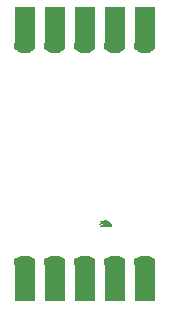
<source format=gbs>
G04 DipTrace 2.4.0.2*
%INSocialLightsmall.gbs*%
%MOMM*%
%ADD43R,1.75X2.082*%
%ADD44R,1.75X2.05*%
%ADD45R,1.75X1.65*%
%FSLAX53Y53*%
G04*
G71*
G90*
G75*
G01*
%LNBotMask*%
%LPD*%
D45*
X13810Y31590D3*
G36*
X12935Y30315D2*
Y30820D1*
X14685D1*
Y30315D1*
X14141Y30035D1*
X13479D1*
X12935Y30315D1*
G37*
D44*
X13810Y32860D3*
D45*
X18890Y31590D3*
X16350D3*
D43*
X18890Y32860D3*
X16350D3*
G36*
X15475Y30315D2*
Y30820D1*
X17225D1*
Y30315D1*
X16681Y30035D1*
X16019D1*
X15475Y30315D1*
G37*
G36*
X18015D2*
Y30815D1*
X19765D1*
Y30315D1*
X19221Y30035D1*
X18559D1*
X18015Y30315D1*
G37*
D45*
X23970Y11270D3*
X21430D3*
G36*
X22305Y12545D2*
Y12040D1*
X20555D1*
Y12545D1*
X21099Y12825D1*
X21761D1*
X22305Y12545D1*
G37*
G36*
X24845D2*
Y12040D1*
X23095D1*
Y12545D1*
X23639Y12825D1*
X24301D1*
X24845Y12545D1*
G37*
D43*
X23970Y10000D3*
X21430D3*
D45*
X23970Y31590D3*
X21430D3*
D43*
X23970Y32860D3*
X21430D3*
G36*
X20555Y30315D2*
Y30820D1*
X22305D1*
Y30315D1*
X21761Y30035D1*
X21099D1*
X20555Y30315D1*
G37*
G36*
X23095D2*
Y30815D1*
X24845D1*
Y30315D1*
X24301Y30035D1*
X23639D1*
X23095Y30315D1*
G37*
D45*
X16350Y11270D3*
X18890D3*
D43*
X16350Y10000D3*
X18890D3*
G36*
X19765Y12545D2*
Y12040D1*
X18015D1*
Y12545D1*
X18559Y12825D1*
X19221D1*
X19765Y12545D1*
G37*
G36*
X17225D2*
Y12045D1*
X15475D1*
Y12545D1*
X16019Y12825D1*
X16681D1*
X17225Y12545D1*
G37*
D45*
X13810Y11270D3*
G36*
X14685Y12545D2*
Y12040D1*
X12935D1*
Y12545D1*
X13479Y12825D1*
X14141D1*
X14685Y12545D1*
G37*
D44*
X13810Y10000D3*
G36*
X21225Y15242D2*
X21196Y15432D1*
X21136Y15580D1*
X21060Y15674D1*
X20984Y15750D1*
X20871Y15813D1*
X20806Y15839D1*
X20711Y15859D1*
X20660Y15869D1*
X20578Y15874D1*
X20513Y15851D1*
X20475Y15813D1*
X20449Y15788D1*
X20385Y15775D1*
X20360Y15780D1*
X20309Y15795D1*
X20282Y15826D1*
X20183Y15744D1*
X20233Y15668D1*
Y15650D1*
X20144Y15614D1*
X20132Y15559D1*
X20122Y15458D1*
X20374Y15564D1*
X20406D1*
X20449Y15557D1*
X20459Y15534D1*
X20439Y15483D1*
X20324Y15420D1*
X20152Y15349D1*
X20177Y15298D1*
X20241Y15244D1*
X20431Y15318D1*
X20425Y15280D1*
Y15242D1*
X21225D1*
G37*
M02*

</source>
